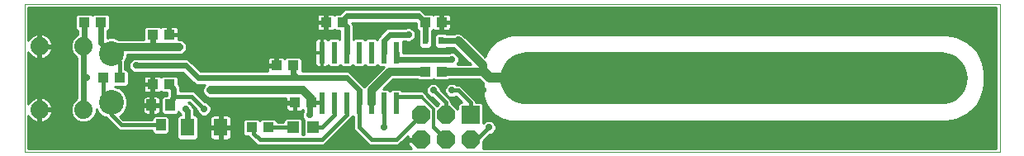
<source format=gtl>
G75*
G70*
%OFA0B0*%
%FSLAX24Y24*%
%IPPOS*%
%LPD*%
%AMOC8*
5,1,8,0,0,1.08239X$1,22.5*
%
%ADD10C,0.0000*%
%ADD11R,0.0240X0.0870*%
%ADD12R,0.0740X0.0740*%
%ADD13OC8,0.0740*%
%ADD14R,0.0400X0.0450*%
%ADD15R,0.0433X0.0394*%
%ADD16C,0.0740*%
%ADD17R,0.0236X0.0315*%
%ADD18R,0.0472X0.0472*%
%ADD19C,0.1000*%
%ADD20R,0.0551X0.0709*%
%ADD21C,0.0277*%
%ADD22C,0.0320*%
%ADD23C,0.0160*%
%ADD24C,0.0240*%
%ADD25C,0.0100*%
%ADD26C,0.0120*%
%ADD27C,0.0400*%
D10*
X000151Y001048D02*
X000151Y007044D01*
X039521Y007044D01*
X039521Y001048D01*
X000151Y001048D01*
D11*
X012151Y003023D03*
X012651Y003023D03*
X013151Y003023D03*
X013651Y003023D03*
X014151Y003023D03*
X014651Y003023D03*
X015151Y003023D03*
X015151Y005073D03*
X014651Y005073D03*
X014151Y005073D03*
X013651Y005073D03*
X013151Y005073D03*
X012651Y005073D03*
X012151Y005073D03*
D12*
X018151Y002548D03*
D13*
X017151Y002548D03*
X016151Y002548D03*
X016151Y001548D03*
X017151Y001548D03*
X018151Y001548D03*
D14*
X006025Y002948D03*
X005277Y002948D03*
X005651Y002148D03*
D15*
X009317Y002048D03*
X009986Y002048D03*
X011067Y003048D03*
X011736Y003048D03*
X005986Y003798D03*
X005317Y003798D03*
X003986Y004048D03*
X003317Y004048D03*
X010317Y004548D03*
X010986Y004548D03*
X016317Y004298D03*
X016986Y004298D03*
X016986Y006298D03*
X016317Y006298D03*
X012986Y006298D03*
X012317Y006298D03*
X005986Y005798D03*
X005317Y005798D03*
X003236Y006298D03*
X002567Y006298D03*
D16*
X002541Y005328D03*
X000761Y005328D03*
X000761Y002768D03*
X002541Y002768D03*
D17*
X016336Y005548D03*
X016966Y005548D03*
D18*
X011815Y002048D03*
X010988Y002048D03*
D19*
X003651Y003064D03*
X003651Y005032D03*
D20*
X006732Y002048D03*
X008070Y002048D03*
D21*
X007401Y002798D03*
X006651Y002798D03*
X007651Y003548D03*
X010401Y003048D03*
X011651Y002548D03*
X014651Y002048D03*
X018901Y002048D03*
X020151Y001548D03*
X018651Y003548D03*
X017401Y003548D03*
X016651Y003548D03*
X017401Y004798D03*
X018651Y005548D03*
X015651Y005798D03*
X014151Y006048D03*
X011651Y005548D03*
X010651Y005548D03*
X006401Y005298D03*
X004651Y004548D03*
X002651Y004048D03*
X020151Y006298D03*
X024651Y006298D03*
X029901Y006298D03*
X033651Y006298D03*
X038401Y006298D03*
X038401Y001798D03*
X030401Y001548D03*
D22*
X020643Y003307D02*
X020151Y004048D01*
X018698Y004298D02*
X018651Y004298D01*
X018651Y004548D01*
X017651Y005548D01*
X016986Y004298D02*
X018651Y004298D01*
X016317Y004298D02*
X014901Y004298D01*
X014151Y003548D01*
X014151Y003023D01*
X011746Y003204D02*
X011736Y003048D01*
X011746Y003204D02*
X011401Y003548D01*
X007651Y003548D01*
X003917Y005298D02*
X003651Y005032D01*
X003917Y005298D02*
X005151Y005298D01*
X006401Y005298D01*
D23*
X003986Y004698D02*
X003651Y005032D01*
X003986Y004698D02*
X003986Y004048D01*
X003317Y004048D02*
X003317Y003399D01*
X003651Y003064D01*
X003651Y002548D01*
X004051Y002148D01*
X005651Y002148D01*
X006901Y003298D02*
X007401Y002798D01*
X006901Y003298D02*
X006177Y003298D01*
X002557Y002753D02*
X002541Y002768D01*
X009317Y002048D02*
X009401Y001964D01*
X009401Y001798D01*
X009651Y001548D01*
X012151Y001548D01*
X013151Y002548D01*
X013151Y003023D01*
X013651Y003023D02*
X013651Y002048D01*
X014151Y001548D01*
X015151Y001548D01*
X016151Y002548D01*
X017151Y002548D02*
X017151Y003048D01*
X016651Y003548D01*
X017401Y003548D02*
X017651Y003548D01*
X018151Y003048D01*
X018151Y002548D01*
X018901Y002048D02*
X018401Y001548D01*
X018151Y001548D01*
X017151Y001548D02*
X016651Y002048D01*
X014651Y002048D02*
X014651Y003023D01*
X015151Y003023D02*
X015176Y003298D01*
X016151Y003298D01*
X012651Y003023D02*
X012651Y002548D01*
X012151Y002048D01*
X011815Y002048D01*
X010988Y002048D02*
X009986Y002048D01*
X011651Y002548D02*
X011676Y002548D01*
X011736Y003048D02*
X012126Y003048D01*
X015151Y005073D02*
X015176Y005048D01*
X013151Y006133D02*
X012986Y006298D01*
X012986Y006383D01*
X002567Y005354D02*
X002541Y005328D01*
D24*
X002541Y002768D01*
X002541Y004188D01*
X002651Y004048D01*
X004651Y004548D02*
X006651Y004548D01*
X007151Y004048D01*
X011151Y004048D01*
X010996Y004204D01*
X010986Y004548D01*
X011151Y004048D02*
X013151Y004048D01*
X013651Y003548D01*
X013651Y003023D01*
X011736Y003048D02*
X011676Y002989D01*
X011676Y002548D01*
X006732Y002717D02*
X006732Y002048D01*
X006732Y002717D02*
X006651Y002798D01*
X006025Y002948D02*
X006177Y003298D01*
X006177Y003607D01*
X005986Y003798D01*
X003651Y005032D02*
X003236Y005448D01*
X003236Y006298D01*
X002567Y006298D02*
X002567Y005354D01*
X005151Y005298D02*
X005317Y005464D01*
X005317Y005798D01*
X012986Y006383D02*
X013151Y006548D01*
X016057Y006548D01*
X016317Y006298D01*
X016336Y006279D01*
X016336Y005548D01*
X016966Y005548D02*
X017651Y005548D01*
X015651Y005798D02*
X014901Y005798D01*
X014651Y005548D01*
X014651Y005073D01*
X015151Y005073D02*
X015151Y004798D01*
X017401Y004798D01*
X013151Y005073D02*
X013151Y006133D01*
D25*
X013386Y006271D02*
X015950Y006271D01*
X015950Y006276D02*
X015950Y006039D01*
X016038Y005951D01*
X016066Y005951D01*
X016066Y005494D01*
X016068Y005490D01*
X016068Y005329D01*
X016156Y005241D01*
X016516Y005241D01*
X016604Y005329D01*
X016604Y005490D01*
X016606Y005494D01*
X016606Y005962D01*
X016651Y006007D01*
X016677Y005981D01*
X016711Y005962D01*
X016750Y005951D01*
X016937Y005951D01*
X016937Y006249D01*
X017034Y006249D01*
X017034Y005951D01*
X017222Y005951D01*
X017260Y005962D01*
X017294Y005981D01*
X017322Y006009D01*
X017342Y006043D01*
X017352Y006082D01*
X017352Y006250D01*
X017034Y006250D01*
X017034Y006347D01*
X016937Y006347D01*
X016937Y006645D01*
X016750Y006645D01*
X016711Y006635D01*
X016677Y006615D01*
X016651Y006589D01*
X016595Y006645D01*
X016345Y006645D01*
X016246Y006741D01*
X016210Y006777D01*
X016207Y006778D01*
X016205Y006780D01*
X016158Y006799D01*
X016110Y006818D01*
X016108Y006818D01*
X016105Y006819D01*
X016055Y006818D01*
X013205Y006818D01*
X013097Y006818D01*
X012998Y006777D01*
X012866Y006645D01*
X012707Y006645D01*
X012651Y006589D01*
X012625Y006615D01*
X012591Y006635D01*
X012553Y006645D01*
X012365Y006645D01*
X012365Y006347D01*
X012268Y006347D01*
X012268Y006645D01*
X012080Y006645D01*
X012042Y006635D01*
X012008Y006615D01*
X011980Y006587D01*
X011960Y006553D01*
X011950Y006515D01*
X011950Y006347D01*
X012268Y006347D01*
X012268Y006250D01*
X011950Y006250D01*
X011950Y006082D01*
X011960Y006043D01*
X011980Y006009D01*
X012008Y005981D01*
X012042Y005962D01*
X012080Y005951D01*
X012268Y005951D01*
X012268Y006249D01*
X012365Y006249D01*
X012365Y005951D01*
X012553Y005951D01*
X012591Y005962D01*
X012625Y005981D01*
X012651Y006007D01*
X012707Y005951D01*
X012881Y005951D01*
X012881Y005610D01*
X012833Y005658D01*
X012469Y005658D01*
X012398Y005588D01*
X012391Y005600D01*
X012363Y005628D01*
X012329Y005648D01*
X012291Y005658D01*
X012161Y005658D01*
X012161Y005083D01*
X012141Y005083D01*
X012141Y005063D01*
X012161Y005063D01*
X012161Y004488D01*
X012291Y004488D01*
X012329Y004498D01*
X012363Y004518D01*
X012391Y004546D01*
X012398Y004559D01*
X012469Y004488D01*
X012833Y004488D01*
X012901Y004556D01*
X012969Y004488D01*
X013333Y004488D01*
X013401Y004556D01*
X013469Y004488D01*
X013833Y004488D01*
X013901Y004556D01*
X013969Y004488D01*
X014333Y004488D01*
X014401Y004556D01*
X014469Y004488D01*
X014653Y004488D01*
X014638Y004474D01*
X013888Y003724D01*
X013879Y003702D01*
X013804Y003777D01*
X013304Y004277D01*
X013205Y004318D01*
X013097Y004318D01*
X011352Y004318D01*
X011352Y004807D01*
X011264Y004895D01*
X010707Y004895D01*
X010651Y004839D01*
X010625Y004865D01*
X010591Y004885D01*
X010553Y004895D01*
X010365Y004895D01*
X010365Y004597D01*
X010268Y004597D01*
X010268Y004895D01*
X010080Y004895D01*
X010042Y004885D01*
X010008Y004865D01*
X009980Y004837D01*
X009960Y004803D01*
X009950Y004765D01*
X009950Y004597D01*
X010268Y004597D01*
X010268Y004500D01*
X009950Y004500D01*
X009950Y004332D01*
X009954Y004318D01*
X007263Y004318D01*
X006880Y004701D01*
X006880Y004701D01*
X006804Y004777D01*
X006705Y004818D01*
X004754Y004818D01*
X004709Y004837D01*
X004594Y004837D01*
X004488Y004793D01*
X004406Y004712D01*
X004362Y004606D01*
X004362Y004491D01*
X004406Y004385D01*
X004488Y004303D01*
X004594Y004259D01*
X004709Y004259D01*
X004754Y004278D01*
X006539Y004278D01*
X006998Y003819D01*
X007097Y003778D01*
X007205Y003778D01*
X007443Y003778D01*
X007388Y003724D01*
X007341Y003610D01*
X007341Y003486D01*
X007388Y003373D01*
X007476Y003285D01*
X007589Y003238D01*
X010700Y003238D01*
X010700Y003097D01*
X011018Y003097D01*
X011018Y003000D01*
X010700Y003000D01*
X010700Y002832D01*
X010710Y002793D01*
X010730Y002759D01*
X010758Y002731D01*
X010792Y002712D01*
X010830Y002701D01*
X011018Y002701D01*
X011018Y002999D01*
X011115Y002999D01*
X011115Y002701D01*
X011303Y002701D01*
X011341Y002712D01*
X011375Y002731D01*
X011401Y002757D01*
X011406Y002752D01*
X011406Y002711D01*
X011362Y002606D01*
X011362Y002491D01*
X011406Y002385D01*
X011436Y002355D01*
X011428Y002347D01*
X011428Y001778D01*
X011374Y001778D01*
X011374Y002347D01*
X011286Y002434D01*
X010689Y002434D01*
X010602Y002347D01*
X010602Y002278D01*
X010352Y002278D01*
X010352Y002307D01*
X010264Y002395D01*
X009707Y002395D01*
X009651Y002339D01*
X009595Y002395D01*
X009038Y002395D01*
X008950Y002307D01*
X008950Y001789D01*
X009038Y001701D01*
X009173Y001701D01*
X009306Y001568D01*
X009556Y001318D01*
X009746Y001318D01*
X012246Y001318D01*
X012381Y001453D01*
X013381Y002453D01*
X013381Y002486D01*
X013401Y002506D01*
X013421Y002486D01*
X013421Y001953D01*
X013556Y001818D01*
X014056Y001318D01*
X014246Y001318D01*
X015246Y001318D01*
X015381Y001453D01*
X015631Y001703D01*
X015631Y001598D01*
X016101Y001598D01*
X016101Y001498D01*
X015631Y001498D01*
X015631Y001333D01*
X015766Y001198D01*
X000301Y001198D01*
X000301Y002526D01*
X000316Y002496D01*
X000365Y002429D01*
X000422Y002372D01*
X000489Y002323D01*
X000562Y002286D01*
X000639Y002261D01*
X000711Y002250D01*
X000711Y002718D01*
X000811Y002718D01*
X000811Y002250D01*
X000883Y002261D01*
X000961Y002286D01*
X001034Y002323D01*
X001100Y002372D01*
X001158Y002429D01*
X001206Y002496D01*
X001243Y002569D01*
X001268Y002646D01*
X001280Y002718D01*
X000811Y002718D01*
X000811Y002818D01*
X000711Y002818D01*
X000711Y003287D01*
X000639Y003275D01*
X000562Y003250D01*
X000489Y003213D01*
X000422Y003165D01*
X000365Y003107D01*
X000316Y003041D01*
X000301Y003011D01*
X000301Y005086D01*
X000316Y005056D01*
X000365Y004989D01*
X000422Y004932D01*
X000489Y004883D01*
X000562Y004846D01*
X000639Y004821D01*
X000711Y004810D01*
X000711Y005278D01*
X000811Y005278D01*
X000811Y004810D01*
X000883Y004821D01*
X000961Y004846D01*
X001034Y004883D01*
X001100Y004932D01*
X001158Y004989D01*
X001206Y005056D01*
X001243Y005129D01*
X001268Y005206D01*
X001280Y005278D01*
X000811Y005278D01*
X000811Y005378D01*
X000711Y005378D01*
X000711Y005847D01*
X000639Y005835D01*
X000562Y005810D01*
X000489Y005773D01*
X000422Y005725D01*
X000365Y005667D01*
X000316Y005601D01*
X000301Y005571D01*
X000301Y006894D01*
X018651Y006894D01*
X039371Y006894D01*
X039371Y001198D01*
X018651Y001198D01*
X018651Y001313D01*
X018671Y001333D01*
X018671Y001493D01*
X018938Y001759D01*
X018959Y001759D01*
X019065Y001803D01*
X019146Y001885D01*
X019190Y001991D01*
X019190Y002106D01*
X019146Y002212D01*
X019065Y002293D01*
X018959Y002337D01*
X018844Y002337D01*
X018738Y002293D01*
X018671Y002226D01*
X018671Y002980D01*
X018651Y003000D01*
X018651Y003548D01*
X018664Y003370D01*
X018702Y003196D01*
X018764Y003029D01*
X018850Y002872D01*
X018956Y002730D01*
X019083Y002604D01*
X019225Y002497D01*
X019382Y002411D01*
X019549Y002349D01*
X019723Y002311D01*
X019901Y002298D01*
X037151Y002298D01*
X037364Y002296D01*
X037576Y002321D01*
X037783Y002374D01*
X037980Y002453D01*
X038166Y002558D01*
X038337Y002686D01*
X038489Y002835D01*
X038621Y003002D01*
X038730Y003186D01*
X038813Y003382D01*
X038871Y003587D01*
X038901Y003798D01*
X038901Y004298D01*
X038871Y004509D01*
X038813Y004715D01*
X038730Y004911D01*
X038621Y005094D01*
X038489Y005262D01*
X038337Y005411D01*
X038166Y005539D01*
X037980Y005643D01*
X037783Y005722D01*
X037576Y005775D01*
X037364Y005801D01*
X037151Y005798D01*
X020151Y005798D01*
X019971Y005803D01*
X019791Y005784D01*
X019615Y005741D01*
X019447Y005676D01*
X019288Y005590D01*
X019142Y005484D01*
X019011Y005359D01*
X018898Y005219D01*
X018804Y005065D01*
X018733Y004905D01*
X018651Y004987D01*
X018651Y006894D01*
X018651Y004987D01*
X017827Y005811D01*
X017713Y005858D01*
X017589Y005858D01*
X017493Y005818D01*
X017184Y005818D01*
X017146Y005856D01*
X016786Y005856D01*
X016698Y005768D01*
X016698Y005606D01*
X016696Y005602D01*
X016696Y005494D01*
X016698Y005490D01*
X016698Y005329D01*
X016786Y005241D01*
X017146Y005241D01*
X017184Y005278D01*
X017483Y005278D01*
X018153Y004608D01*
X017619Y004608D01*
X017646Y004635D01*
X017690Y004741D01*
X017690Y004856D01*
X017646Y004962D01*
X017565Y005043D01*
X017459Y005087D01*
X017344Y005087D01*
X017298Y005068D01*
X015421Y005068D01*
X015421Y005127D01*
X015421Y005528D01*
X015548Y005528D01*
X015594Y005509D01*
X015709Y005509D01*
X015815Y005553D01*
X015896Y005635D01*
X015940Y005741D01*
X015940Y005856D01*
X015896Y005962D01*
X015815Y006043D01*
X015709Y006087D01*
X015594Y006087D01*
X015548Y006068D01*
X014955Y006068D01*
X014847Y006068D01*
X014748Y006027D01*
X014498Y005777D01*
X014422Y005701D01*
X014384Y005608D01*
X014333Y005658D01*
X013969Y005658D01*
X013901Y005590D01*
X013833Y005658D01*
X013469Y005658D01*
X013421Y005610D01*
X013421Y006187D01*
X013383Y006278D01*
X015948Y006278D01*
X015950Y006276D01*
X015950Y006172D02*
X013421Y006172D01*
X013421Y006074D02*
X015562Y006074D01*
X015740Y006074D02*
X015950Y006074D01*
X016014Y005975D02*
X015882Y005975D01*
X016619Y005975D02*
X016687Y005975D01*
X016937Y005975D02*
X017034Y005975D01*
X017034Y006074D02*
X016937Y006074D01*
X016937Y006172D02*
X017034Y006172D01*
X017034Y006271D02*
X018651Y006271D01*
X039371Y006271D01*
X039371Y006172D02*
X018651Y006172D01*
X017352Y006172D01*
X017350Y006074D02*
X018651Y006074D01*
X039371Y006074D01*
X039371Y005975D02*
X018651Y005975D01*
X017284Y005975D01*
X016606Y005877D02*
X018651Y005877D01*
X039371Y005877D01*
X039371Y005778D02*
X037550Y005778D01*
X037889Y005680D02*
X039371Y005680D01*
X039371Y005581D02*
X038090Y005581D01*
X038241Y005483D02*
X039371Y005483D01*
X039371Y005384D02*
X038364Y005384D01*
X038465Y005286D02*
X039371Y005286D01*
X039371Y005187D02*
X038548Y005187D01*
X038624Y005088D02*
X039371Y005088D01*
X039371Y004990D02*
X038683Y004990D01*
X038738Y004891D02*
X039371Y004891D01*
X039371Y004793D02*
X038780Y004793D01*
X038819Y004694D02*
X039371Y004694D01*
X039371Y004596D02*
X038847Y004596D01*
X038873Y004497D02*
X039371Y004497D01*
X039371Y004399D02*
X038887Y004399D01*
X038901Y004300D02*
X039371Y004300D01*
X039371Y004202D02*
X038901Y004202D01*
X038901Y004103D02*
X039371Y004103D01*
X039371Y004004D02*
X038901Y004004D01*
X038901Y003906D02*
X039371Y003906D01*
X039371Y003807D02*
X038901Y003807D01*
X038888Y003709D02*
X039371Y003709D01*
X039371Y003610D02*
X038874Y003610D01*
X038850Y003512D02*
X039371Y003512D01*
X039371Y003413D02*
X038822Y003413D01*
X038785Y003315D02*
X039371Y003315D01*
X039371Y003216D02*
X038743Y003216D01*
X038689Y003118D02*
X039371Y003118D01*
X039371Y003019D02*
X038631Y003019D01*
X038557Y002921D02*
X039371Y002921D01*
X039371Y002822D02*
X038476Y002822D01*
X038375Y002723D02*
X039371Y002723D01*
X039371Y002625D02*
X038256Y002625D01*
X038110Y002526D02*
X039371Y002526D01*
X039371Y002428D02*
X037917Y002428D01*
X037607Y002329D02*
X039371Y002329D01*
X039371Y002231D02*
X019127Y002231D01*
X019179Y002132D02*
X039371Y002132D01*
X039371Y002034D02*
X019190Y002034D01*
X019167Y001935D02*
X039371Y001935D01*
X039371Y001837D02*
X019098Y001837D01*
X018916Y001738D02*
X039371Y001738D01*
X039371Y001639D02*
X018818Y001639D01*
X018719Y001541D02*
X039371Y001541D01*
X039371Y001442D02*
X018671Y001442D01*
X018671Y001344D02*
X039371Y001344D01*
X039371Y001245D02*
X018651Y001245D01*
X016101Y001541D02*
X015469Y001541D01*
X015371Y001442D02*
X015631Y001442D01*
X015631Y001344D02*
X015272Y001344D01*
X015719Y001245D02*
X000301Y001245D01*
X000301Y001344D02*
X009530Y001344D01*
X009432Y001442D02*
X000301Y001442D01*
X000301Y001541D02*
X009333Y001541D01*
X009235Y001639D02*
X008487Y001639D01*
X008486Y001636D02*
X008496Y001674D01*
X008496Y001998D01*
X008121Y001998D01*
X008121Y002098D01*
X008496Y002098D01*
X008496Y002422D01*
X008486Y002460D01*
X008466Y002495D01*
X008438Y002523D01*
X008404Y002542D01*
X008366Y002552D01*
X008120Y002552D01*
X008120Y002098D01*
X008021Y002098D01*
X008021Y002552D01*
X007775Y002552D01*
X007737Y002542D01*
X007703Y002523D01*
X007675Y002495D01*
X007655Y002460D01*
X007645Y002422D01*
X007645Y002098D01*
X008020Y002098D01*
X008020Y001998D01*
X007645Y001998D01*
X007645Y001674D01*
X007655Y001636D01*
X007675Y001602D01*
X007703Y001574D01*
X007737Y001554D01*
X007775Y001544D01*
X008021Y001544D01*
X008021Y001998D01*
X008120Y001998D01*
X008120Y001544D01*
X008366Y001544D01*
X008404Y001554D01*
X008438Y001574D01*
X008466Y001602D01*
X008486Y001636D01*
X008496Y001738D02*
X009001Y001738D01*
X008950Y001837D02*
X008496Y001837D01*
X008496Y001935D02*
X008950Y001935D01*
X008950Y002034D02*
X008121Y002034D01*
X008120Y002132D02*
X008021Y002132D01*
X008020Y002034D02*
X007157Y002034D01*
X007157Y002132D02*
X007645Y002132D01*
X007645Y002231D02*
X007157Y002231D01*
X007157Y002329D02*
X007645Y002329D01*
X007646Y002428D02*
X007157Y002428D01*
X007157Y002465D02*
X007070Y002552D01*
X007002Y002552D01*
X007002Y002664D01*
X007002Y002771D01*
X006961Y002870D01*
X006915Y002916D01*
X006896Y002962D01*
X006815Y003043D01*
X006754Y003068D01*
X006806Y003068D01*
X007112Y002762D01*
X007112Y002741D01*
X007156Y002635D01*
X007238Y002553D01*
X007344Y002509D01*
X007459Y002509D01*
X007565Y002553D01*
X007646Y002635D01*
X007690Y002741D01*
X007690Y002856D01*
X007646Y002962D01*
X007565Y003043D01*
X007459Y003087D01*
X007438Y003087D01*
X007131Y003393D01*
X006996Y003528D01*
X006447Y003528D01*
X006447Y003553D01*
X006447Y003661D01*
X006406Y003760D01*
X006352Y003813D01*
X006352Y004057D01*
X006264Y004145D01*
X005707Y004145D01*
X005651Y004089D01*
X005625Y004115D01*
X005591Y004135D01*
X005553Y004145D01*
X005365Y004145D01*
X005365Y003847D01*
X005268Y003847D01*
X005268Y004145D01*
X005080Y004145D01*
X005042Y004135D01*
X005008Y004115D01*
X004980Y004087D01*
X004960Y004053D01*
X004950Y004015D01*
X004950Y003847D01*
X005268Y003847D01*
X005268Y003750D01*
X004950Y003750D01*
X004950Y003582D01*
X004960Y003543D01*
X004980Y003509D01*
X005008Y003481D01*
X005042Y003462D01*
X005080Y003451D01*
X005268Y003451D01*
X005268Y003749D01*
X005365Y003749D01*
X005365Y003451D01*
X005553Y003451D01*
X005591Y003462D01*
X005625Y003481D01*
X005651Y003507D01*
X005707Y003451D01*
X005907Y003451D01*
X005907Y003354D01*
X005894Y003323D01*
X005763Y003323D01*
X005675Y003235D01*
X005675Y002661D01*
X005763Y002573D01*
X006287Y002573D01*
X006375Y002661D01*
X006375Y002710D01*
X006406Y002635D01*
X006462Y002579D01*
X006462Y002552D01*
X006394Y002552D01*
X006306Y002465D01*
X006306Y001632D01*
X006394Y001544D01*
X007070Y001544D01*
X007157Y001632D01*
X007157Y002465D01*
X007096Y002526D02*
X007303Y002526D01*
X007166Y002625D02*
X007002Y002625D01*
X007002Y002723D02*
X007120Y002723D01*
X006416Y002625D02*
X006339Y002625D01*
X006368Y002526D02*
X004033Y002526D01*
X004019Y002513D02*
X004202Y002696D01*
X004301Y002935D01*
X004301Y003193D01*
X004202Y003432D01*
X004019Y003615D01*
X003811Y003701D01*
X004264Y003701D01*
X004352Y003789D01*
X004352Y004307D01*
X004264Y004395D01*
X004216Y004395D01*
X004216Y004603D01*
X004216Y004697D01*
X004301Y004903D01*
X004301Y004988D01*
X005089Y004988D01*
X006463Y004988D01*
X006577Y005035D01*
X006664Y005123D01*
X006711Y005236D01*
X006711Y005360D01*
X006664Y005474D01*
X006577Y005561D01*
X006463Y005608D01*
X006352Y005608D01*
X006352Y005750D01*
X006034Y005750D01*
X006034Y005847D01*
X005937Y005847D01*
X005937Y006145D01*
X005750Y006145D01*
X005711Y006135D01*
X005677Y006115D01*
X005651Y006089D01*
X005595Y006145D01*
X005038Y006145D01*
X004950Y006057D01*
X004950Y005608D01*
X003979Y005608D01*
X003960Y005608D01*
X003780Y005682D01*
X003522Y005682D01*
X003506Y005676D01*
X003506Y005951D01*
X003514Y005951D01*
X003602Y006039D01*
X003602Y006557D01*
X003514Y006645D01*
X002957Y006645D01*
X002901Y006589D01*
X002845Y006645D01*
X002288Y006645D01*
X002200Y006557D01*
X002200Y006039D01*
X002288Y005951D01*
X002297Y005951D01*
X002297Y005790D01*
X002247Y005769D01*
X002100Y005623D01*
X002021Y005432D01*
X002021Y005225D01*
X002100Y005034D01*
X002247Y004887D01*
X002271Y004877D01*
X002271Y004242D01*
X002271Y004204D01*
X002267Y004167D01*
X002271Y004151D01*
X002271Y003219D01*
X002247Y003209D01*
X002100Y003063D01*
X002021Y002872D01*
X002021Y002665D01*
X002100Y002474D01*
X002247Y002327D01*
X002438Y002248D01*
X002645Y002248D01*
X002836Y002327D01*
X002982Y002474D01*
X003061Y002665D01*
X003061Y002790D01*
X003100Y002696D01*
X003283Y002513D01*
X003421Y002456D01*
X003421Y002453D01*
X003556Y002318D01*
X003821Y002053D01*
X003956Y001918D01*
X005301Y001918D01*
X005301Y001861D01*
X005389Y001773D01*
X005913Y001773D01*
X006001Y001861D01*
X006001Y002435D01*
X005913Y002523D01*
X005389Y002523D01*
X005301Y002435D01*
X005301Y002378D01*
X004146Y002378D01*
X004014Y002511D01*
X004019Y002513D01*
X004097Y002428D02*
X005301Y002428D01*
X005327Y002573D02*
X005497Y002573D01*
X005535Y002583D01*
X005569Y002603D01*
X005597Y002631D01*
X005617Y002665D01*
X005627Y002703D01*
X005627Y002898D01*
X005327Y002898D01*
X005327Y002573D01*
X005327Y002625D02*
X005227Y002625D01*
X005227Y002573D02*
X005057Y002573D01*
X005019Y002583D01*
X004985Y002603D01*
X004957Y002631D01*
X004937Y002665D01*
X004927Y002703D01*
X004927Y002898D01*
X005227Y002898D01*
X005327Y002898D01*
X005327Y002998D01*
X005627Y002998D01*
X005627Y003193D01*
X005617Y003231D01*
X005597Y003265D01*
X005569Y003293D01*
X005535Y003313D01*
X005497Y003323D01*
X005327Y003323D01*
X005327Y002998D01*
X005227Y002998D01*
X005227Y002898D01*
X005227Y002573D01*
X005227Y002723D02*
X005327Y002723D01*
X005591Y002625D02*
X005711Y002625D01*
X005675Y002723D02*
X005627Y002723D01*
X005627Y002822D02*
X005675Y002822D01*
X005675Y002921D02*
X005327Y002921D01*
X005327Y003019D02*
X005227Y003019D01*
X005227Y002998D02*
X005227Y003323D01*
X005057Y003323D01*
X005019Y003313D01*
X004985Y003293D01*
X004957Y003265D01*
X004937Y003231D01*
X004927Y003193D01*
X004927Y002998D01*
X005227Y002998D01*
X005227Y002921D02*
X004295Y002921D01*
X004301Y003019D02*
X004927Y003019D01*
X004927Y003118D02*
X004301Y003118D01*
X004292Y003216D02*
X004933Y003216D01*
X005227Y003216D02*
X005327Y003216D01*
X005327Y003118D02*
X005227Y003118D01*
X005627Y003118D02*
X005675Y003118D01*
X005675Y003216D02*
X005621Y003216D01*
X005528Y003315D02*
X005755Y003315D01*
X005907Y003413D02*
X004210Y003413D01*
X004251Y003315D02*
X005026Y003315D01*
X005227Y003315D02*
X005327Y003315D01*
X005365Y003512D02*
X005268Y003512D01*
X005268Y003610D02*
X005365Y003610D01*
X005365Y003709D02*
X005268Y003709D01*
X005268Y003807D02*
X004352Y003807D01*
X004272Y003709D02*
X004950Y003709D01*
X004950Y003610D02*
X004024Y003610D01*
X004123Y003512D02*
X004978Y003512D01*
X006358Y003807D02*
X007027Y003807D01*
X007382Y003709D02*
X006427Y003709D01*
X006447Y003610D02*
X007341Y003610D01*
X007341Y003512D02*
X007013Y003512D01*
X007111Y003413D02*
X007372Y003413D01*
X007446Y003315D02*
X007210Y003315D01*
X007308Y003216D02*
X010700Y003216D01*
X010700Y003118D02*
X007407Y003118D01*
X007589Y003019D02*
X011018Y003019D01*
X011018Y002921D02*
X011115Y002921D01*
X011115Y002822D02*
X011018Y002822D01*
X010703Y002822D02*
X007690Y002822D01*
X007663Y002921D02*
X010700Y002921D01*
X010771Y002723D02*
X007683Y002723D01*
X007636Y002625D02*
X011370Y002625D01*
X011361Y002723D02*
X011406Y002723D01*
X011115Y002723D02*
X011018Y002723D01*
X011362Y002526D02*
X008432Y002526D01*
X008495Y002428D02*
X010683Y002428D01*
X010602Y002329D02*
X010330Y002329D01*
X011293Y002428D02*
X011388Y002428D01*
X011374Y002329D02*
X011428Y002329D01*
X011428Y002231D02*
X011374Y002231D01*
X011374Y002132D02*
X011428Y002132D01*
X011428Y002034D02*
X011374Y002034D01*
X011374Y001935D02*
X011428Y001935D01*
X011428Y001837D02*
X011374Y001837D01*
X012568Y001639D02*
X013735Y001639D01*
X013833Y001541D02*
X012469Y001541D01*
X012371Y001442D02*
X013932Y001442D01*
X014030Y001344D02*
X012272Y001344D01*
X012666Y001738D02*
X013636Y001738D01*
X013538Y001837D02*
X012765Y001837D01*
X012863Y001935D02*
X013439Y001935D01*
X013421Y002034D02*
X012962Y002034D01*
X013060Y002132D02*
X013421Y002132D01*
X013421Y002231D02*
X013159Y002231D01*
X013257Y002329D02*
X013421Y002329D01*
X013421Y002428D02*
X013356Y002428D01*
X016629Y003118D02*
X016756Y003118D01*
X016727Y003019D02*
X016855Y003019D01*
X016871Y003003D02*
X016807Y002939D01*
X016381Y003365D01*
X016381Y003393D01*
X016246Y003528D01*
X015413Y003528D01*
X015333Y003608D01*
X014969Y003608D01*
X014901Y003540D01*
X014833Y003608D01*
X014649Y003608D01*
X015030Y003988D01*
X016001Y003988D01*
X016038Y003951D01*
X016595Y003951D01*
X016651Y004007D01*
X016707Y003951D01*
X017264Y003951D01*
X017301Y003988D01*
X018513Y003988D01*
X018651Y003850D01*
X018651Y003000D01*
X018583Y003068D01*
X018381Y003068D01*
X018381Y003143D01*
X017746Y003778D01*
X017580Y003778D01*
X017565Y003793D01*
X017459Y003837D01*
X017344Y003837D01*
X017238Y003793D01*
X017156Y003712D01*
X017112Y003606D01*
X017112Y003491D01*
X017156Y003385D01*
X017238Y003303D01*
X017344Y003259D01*
X017459Y003259D01*
X017565Y003303D01*
X017568Y003306D01*
X017806Y003068D01*
X017719Y003068D01*
X017631Y002980D01*
X017631Y002803D01*
X017381Y003054D01*
X017381Y003143D01*
X016940Y003585D01*
X016940Y003606D01*
X016896Y003712D01*
X016815Y003793D01*
X016709Y003837D01*
X016594Y003837D01*
X016488Y003793D01*
X016406Y003712D01*
X016362Y003606D01*
X016362Y003491D01*
X016406Y003385D01*
X016488Y003303D01*
X016594Y003259D01*
X016615Y003259D01*
X016871Y003003D01*
X017381Y003118D02*
X017757Y003118D01*
X017670Y003019D02*
X017416Y003019D01*
X017514Y002921D02*
X017631Y002921D01*
X017631Y002822D02*
X017613Y002822D01*
X018632Y003019D02*
X018651Y003019D01*
X018770Y003019D01*
X018731Y003118D02*
X018651Y003118D01*
X018381Y003118D01*
X018308Y003216D02*
X018651Y003216D01*
X018697Y003216D01*
X018676Y003315D02*
X018651Y003315D01*
X018210Y003315D01*
X018111Y003413D02*
X018651Y003413D01*
X018661Y003413D01*
X018651Y003512D02*
X018654Y003512D01*
X018651Y003512D02*
X018013Y003512D01*
X017914Y003610D02*
X018651Y003610D01*
X018651Y003709D02*
X017816Y003709D01*
X017530Y003807D02*
X018651Y003807D01*
X019411Y003906D02*
X019442Y003766D01*
X019492Y003633D01*
X019560Y003508D01*
X019645Y003393D01*
X019746Y003292D01*
X019861Y003207D01*
X019986Y003139D01*
X020119Y003089D01*
X020259Y003058D01*
X020401Y003048D01*
X037151Y003048D01*
X037294Y003058D01*
X037433Y003089D01*
X037567Y003139D01*
X037692Y003207D01*
X037806Y003292D01*
X037907Y003393D01*
X037992Y003508D01*
X038061Y003633D01*
X038111Y003766D01*
X038141Y003906D01*
X019411Y003906D01*
X019401Y004048D01*
X019411Y004191D01*
X019442Y004330D01*
X019492Y004464D01*
X019560Y004589D01*
X019645Y004703D01*
X019746Y004804D01*
X019861Y004889D01*
X019986Y004958D01*
X020119Y005008D01*
X020259Y005038D01*
X020401Y005048D01*
X037151Y005048D01*
X037294Y005038D01*
X037433Y005008D01*
X037567Y004958D01*
X037692Y004889D01*
X037806Y004804D01*
X037907Y004703D01*
X037992Y004589D01*
X038061Y004464D01*
X038111Y004330D01*
X038141Y004191D01*
X038151Y004048D01*
X038141Y003906D01*
X038148Y004004D02*
X019404Y004004D01*
X019405Y004103D02*
X038147Y004103D01*
X038139Y004202D02*
X019414Y004202D01*
X019435Y004300D02*
X038117Y004300D01*
X038085Y004399D02*
X019467Y004399D01*
X019510Y004497D02*
X038042Y004497D01*
X037987Y004596D02*
X019565Y004596D01*
X019639Y004694D02*
X037913Y004694D01*
X037817Y004793D02*
X019735Y004793D01*
X019864Y004891D02*
X037688Y004891D01*
X037481Y004990D02*
X020072Y004990D01*
X018952Y005286D02*
X018651Y005286D01*
X018352Y005286D01*
X018254Y005384D02*
X018651Y005384D01*
X019037Y005384D01*
X019141Y005483D02*
X018651Y005483D01*
X018155Y005483D01*
X018057Y005581D02*
X018651Y005581D01*
X019276Y005581D01*
X019455Y005680D02*
X018651Y005680D01*
X017958Y005680D01*
X017859Y005778D02*
X018651Y005778D01*
X019769Y005778D01*
X018878Y005187D02*
X018651Y005187D01*
X018451Y005187D01*
X018549Y005088D02*
X018651Y005088D01*
X018818Y005088D01*
X018770Y004990D02*
X018651Y004990D01*
X018648Y004990D01*
X017870Y004891D02*
X017675Y004891D01*
X017618Y004990D02*
X017771Y004990D01*
X017672Y005088D02*
X015421Y005088D01*
X015421Y005187D02*
X017574Y005187D01*
X016741Y005286D02*
X016561Y005286D01*
X016604Y005384D02*
X016698Y005384D01*
X016698Y005483D02*
X016604Y005483D01*
X016606Y005581D02*
X016696Y005581D01*
X016698Y005680D02*
X016606Y005680D01*
X016606Y005778D02*
X016709Y005778D01*
X016066Y005778D02*
X015940Y005778D01*
X015931Y005877D02*
X016066Y005877D01*
X016066Y005680D02*
X015915Y005680D01*
X015843Y005581D02*
X016066Y005581D01*
X016068Y005483D02*
X015421Y005483D01*
X015421Y005384D02*
X016068Y005384D01*
X016111Y005286D02*
X015421Y005286D01*
X014413Y005680D02*
X013421Y005680D01*
X013421Y005778D02*
X014499Y005778D01*
X014598Y005877D02*
X013421Y005877D01*
X012881Y005877D02*
X006352Y005877D01*
X006352Y005847D02*
X006352Y006015D01*
X006342Y006053D01*
X006322Y006087D01*
X006294Y006115D01*
X006260Y006135D01*
X006222Y006145D01*
X006034Y006145D01*
X006034Y005847D01*
X006352Y005847D01*
X006034Y005877D02*
X005937Y005877D01*
X006034Y005778D02*
X012881Y005778D01*
X012881Y005680D02*
X006352Y005680D01*
X006528Y005581D02*
X011900Y005581D01*
X011891Y005566D02*
X011881Y005528D01*
X011881Y005083D01*
X012141Y005083D01*
X012141Y005658D01*
X012011Y005658D01*
X011973Y005648D01*
X011939Y005628D01*
X011911Y005600D01*
X011891Y005566D01*
X011881Y005483D02*
X006655Y005483D01*
X006701Y005384D02*
X011881Y005384D01*
X011881Y005286D02*
X006711Y005286D01*
X006691Y005187D02*
X011881Y005187D01*
X011881Y005088D02*
X006630Y005088D01*
X006467Y004990D02*
X011881Y004990D01*
X011881Y005063D02*
X011881Y004618D01*
X011891Y004580D01*
X011911Y004546D01*
X011939Y004518D01*
X011973Y004498D01*
X012011Y004488D01*
X012141Y004488D01*
X012141Y005063D01*
X011881Y005063D01*
X012141Y005088D02*
X012161Y005088D01*
X012161Y004990D02*
X012141Y004990D01*
X012141Y004891D02*
X012161Y004891D01*
X011881Y004891D02*
X011268Y004891D01*
X011352Y004793D02*
X011881Y004793D01*
X011881Y004694D02*
X011352Y004694D01*
X011352Y004596D02*
X011887Y004596D01*
X011978Y004497D02*
X011352Y004497D01*
X011352Y004399D02*
X014563Y004399D01*
X014460Y004497D02*
X014342Y004497D01*
X013960Y004497D02*
X013842Y004497D01*
X013460Y004497D02*
X013342Y004497D01*
X012960Y004497D02*
X012842Y004497D01*
X012460Y004497D02*
X012324Y004497D01*
X012161Y004497D02*
X012141Y004497D01*
X012141Y004596D02*
X012161Y004596D01*
X012161Y004694D02*
X012141Y004694D01*
X012141Y004793D02*
X012161Y004793D01*
X010704Y004891D02*
X010566Y004891D01*
X010365Y004891D02*
X010268Y004891D01*
X010067Y004891D02*
X004296Y004891D01*
X004255Y004793D02*
X004487Y004793D01*
X004399Y004694D02*
X004216Y004694D01*
X004216Y004596D02*
X004362Y004596D01*
X004362Y004497D02*
X004216Y004497D01*
X004216Y004399D02*
X004401Y004399D01*
X004352Y004300D02*
X004495Y004300D01*
X004352Y004202D02*
X006616Y004202D01*
X006714Y004103D02*
X006306Y004103D01*
X006352Y004004D02*
X006813Y004004D01*
X006912Y003906D02*
X006352Y003906D01*
X005665Y004103D02*
X005637Y004103D01*
X005365Y004103D02*
X005268Y004103D01*
X005268Y004004D02*
X005365Y004004D01*
X005365Y003906D02*
X005268Y003906D01*
X004950Y003906D02*
X004352Y003906D01*
X004352Y004004D02*
X004950Y004004D01*
X004996Y004103D02*
X004352Y004103D01*
X002271Y004103D02*
X000301Y004103D01*
X000301Y004004D02*
X002271Y004004D01*
X002271Y003906D02*
X000301Y003906D01*
X000301Y003807D02*
X002271Y003807D01*
X002271Y003709D02*
X000301Y003709D01*
X000301Y003610D02*
X002271Y003610D01*
X002271Y003512D02*
X000301Y003512D01*
X000301Y003413D02*
X002271Y003413D01*
X002271Y003315D02*
X000301Y003315D01*
X000301Y003216D02*
X000495Y003216D01*
X000375Y003118D02*
X000301Y003118D01*
X000301Y003019D02*
X000305Y003019D01*
X000711Y003019D02*
X000811Y003019D01*
X000811Y002921D02*
X000711Y002921D01*
X000711Y002822D02*
X000811Y002822D01*
X000811Y002818D02*
X000811Y003287D01*
X000883Y003275D01*
X000961Y003250D01*
X001034Y003213D01*
X001100Y003165D01*
X001158Y003107D01*
X001206Y003041D01*
X001243Y002968D01*
X001268Y002890D01*
X001280Y002818D01*
X000811Y002818D01*
X001258Y002921D02*
X002041Y002921D01*
X002021Y002822D02*
X001279Y002822D01*
X001217Y003019D02*
X002082Y003019D01*
X002155Y003118D02*
X001147Y003118D01*
X001027Y003216D02*
X002264Y003216D01*
X000811Y003216D02*
X000711Y003216D01*
X000711Y003118D02*
X000811Y003118D01*
X000811Y002723D02*
X002021Y002723D01*
X002038Y002625D02*
X001261Y002625D01*
X001222Y002526D02*
X002079Y002526D01*
X002146Y002428D02*
X001156Y002428D01*
X001042Y002329D02*
X002245Y002329D01*
X002838Y002329D02*
X003545Y002329D01*
X003556Y002318D02*
X003556Y002318D01*
X003643Y002231D02*
X000301Y002231D01*
X000301Y002132D02*
X003742Y002132D01*
X003821Y002053D02*
X003821Y002053D01*
X003840Y002034D02*
X000301Y002034D01*
X000301Y001935D02*
X003939Y001935D01*
X005326Y001837D02*
X000301Y001837D01*
X000301Y001738D02*
X006306Y001738D01*
X006306Y001639D02*
X000301Y001639D01*
X000301Y002329D02*
X000481Y002329D01*
X000366Y002428D02*
X000301Y002428D01*
X000711Y002428D02*
X000811Y002428D01*
X000811Y002526D02*
X000711Y002526D01*
X000711Y002625D02*
X000811Y002625D01*
X000811Y002329D02*
X000711Y002329D01*
X002936Y002428D02*
X003446Y002428D01*
X003269Y002526D02*
X003004Y002526D01*
X003045Y002625D02*
X003171Y002625D01*
X003089Y002723D02*
X003061Y002723D01*
X004131Y002625D02*
X004963Y002625D01*
X004927Y002723D02*
X004214Y002723D01*
X004254Y002822D02*
X004927Y002822D01*
X005227Y002822D02*
X005327Y002822D01*
X005627Y003019D02*
X005675Y003019D01*
X006839Y003019D02*
X006855Y003019D01*
X006913Y002921D02*
X006954Y002921D01*
X006981Y002822D02*
X007052Y002822D01*
X007499Y002526D02*
X007709Y002526D01*
X008021Y002526D02*
X008120Y002526D01*
X008120Y002428D02*
X008021Y002428D01*
X008021Y002329D02*
X008120Y002329D01*
X008496Y002329D02*
X008972Y002329D01*
X008950Y002231D02*
X008496Y002231D01*
X008496Y002132D02*
X008950Y002132D01*
X008120Y002231D02*
X008021Y002231D01*
X008021Y001935D02*
X008120Y001935D01*
X008120Y001837D02*
X008021Y001837D01*
X007645Y001837D02*
X007157Y001837D01*
X007157Y001935D02*
X007645Y001935D01*
X007645Y001738D02*
X007157Y001738D01*
X007157Y001639D02*
X007654Y001639D01*
X008021Y001639D02*
X008120Y001639D01*
X008120Y001738D02*
X008021Y001738D01*
X006306Y001837D02*
X005977Y001837D01*
X006001Y001935D02*
X006306Y001935D01*
X006306Y002034D02*
X006001Y002034D01*
X006001Y002132D02*
X006306Y002132D01*
X006306Y002231D02*
X006001Y002231D01*
X006001Y002329D02*
X006306Y002329D01*
X006306Y002428D02*
X006001Y002428D01*
X013577Y004004D02*
X014169Y004004D01*
X014071Y003906D02*
X013675Y003906D01*
X013774Y003807D02*
X013972Y003807D01*
X013882Y003709D02*
X013872Y003709D01*
X014652Y003610D02*
X016364Y003610D01*
X016362Y003512D02*
X016263Y003512D01*
X016361Y003413D02*
X016394Y003413D01*
X016432Y003315D02*
X016476Y003315D01*
X016530Y003216D02*
X016658Y003216D01*
X017210Y003315D02*
X017226Y003315D01*
X017144Y003413D02*
X017111Y003413D01*
X017112Y003512D02*
X017013Y003512D01*
X016938Y003610D02*
X017114Y003610D01*
X017155Y003709D02*
X016897Y003709D01*
X016780Y003807D02*
X017273Y003807D01*
X016523Y003807D02*
X014849Y003807D01*
X014750Y003709D02*
X016405Y003709D01*
X016648Y004004D02*
X016654Y004004D01*
X014947Y003906D02*
X018596Y003906D01*
X019433Y003807D02*
X038120Y003807D01*
X038089Y003709D02*
X019463Y003709D01*
X019504Y003610D02*
X038049Y003610D01*
X037995Y003512D02*
X019558Y003512D01*
X019631Y003413D02*
X037922Y003413D01*
X037828Y003315D02*
X019724Y003315D01*
X019848Y003216D02*
X037704Y003216D01*
X037510Y003118D02*
X020042Y003118D01*
X018887Y002822D02*
X018671Y002822D01*
X018671Y002921D02*
X018823Y002921D01*
X018963Y002723D02*
X018671Y002723D01*
X018671Y002625D02*
X019061Y002625D01*
X019186Y002526D02*
X018671Y002526D01*
X018671Y002428D02*
X019351Y002428D01*
X019639Y002329D02*
X018977Y002329D01*
X018825Y002329D02*
X018671Y002329D01*
X018671Y002231D02*
X018675Y002231D01*
X015631Y001639D02*
X015568Y001639D01*
X017308Y003216D02*
X017658Y003216D01*
X014268Y004103D02*
X013478Y004103D01*
X013380Y004202D02*
X014366Y004202D01*
X014465Y004300D02*
X013248Y004300D01*
X010365Y004694D02*
X010268Y004694D01*
X010268Y004596D02*
X006985Y004596D01*
X006887Y004694D02*
X009950Y004694D01*
X009958Y004793D02*
X006766Y004793D01*
X007084Y004497D02*
X009950Y004497D01*
X009950Y004399D02*
X007182Y004399D01*
X010268Y004793D02*
X010365Y004793D01*
X012141Y005187D02*
X012161Y005187D01*
X012161Y005286D02*
X012141Y005286D01*
X012141Y005384D02*
X012161Y005384D01*
X012161Y005483D02*
X012141Y005483D01*
X012141Y005581D02*
X012161Y005581D01*
X012268Y005975D02*
X012365Y005975D01*
X012365Y006074D02*
X012268Y006074D01*
X012268Y006172D02*
X012365Y006172D01*
X012268Y006271D02*
X003602Y006271D01*
X003602Y006172D02*
X011950Y006172D01*
X011952Y006074D02*
X006330Y006074D01*
X006352Y005975D02*
X012018Y005975D01*
X012615Y005975D02*
X012683Y005975D01*
X013421Y005975D02*
X014697Y005975D01*
X016937Y006370D02*
X017034Y006370D01*
X017034Y006347D02*
X017034Y006645D01*
X017222Y006645D01*
X017260Y006635D01*
X017294Y006615D01*
X017322Y006587D01*
X017342Y006553D01*
X017352Y006515D01*
X017352Y006347D01*
X017034Y006347D01*
X017352Y006370D02*
X018651Y006370D01*
X039371Y006370D01*
X039371Y006468D02*
X018651Y006468D01*
X017352Y006468D01*
X017334Y006567D02*
X018651Y006567D01*
X039371Y006567D01*
X039371Y006665D02*
X018651Y006665D01*
X016324Y006665D01*
X016223Y006764D02*
X018651Y006764D01*
X039371Y006764D01*
X039371Y006862D02*
X018651Y006862D01*
X000301Y006862D01*
X000301Y006764D02*
X012985Y006764D01*
X012886Y006665D02*
X000301Y006665D01*
X000301Y006567D02*
X002209Y006567D01*
X002200Y006468D02*
X000301Y006468D01*
X000301Y006370D02*
X002200Y006370D01*
X002200Y006271D02*
X000301Y006271D01*
X000301Y006172D02*
X002200Y006172D01*
X002200Y006074D02*
X000301Y006074D01*
X000301Y005975D02*
X002264Y005975D01*
X002297Y005877D02*
X000301Y005877D01*
X000301Y005778D02*
X000499Y005778D01*
X000377Y005680D02*
X000301Y005680D01*
X000301Y005581D02*
X000307Y005581D01*
X000711Y005581D02*
X000811Y005581D01*
X000811Y005483D02*
X000711Y005483D01*
X000711Y005384D02*
X000811Y005384D01*
X000811Y005378D02*
X000811Y005847D01*
X000883Y005835D01*
X000961Y005810D01*
X001034Y005773D01*
X001100Y005725D01*
X001158Y005667D01*
X001206Y005601D01*
X001243Y005528D01*
X001268Y005450D01*
X001280Y005378D01*
X000811Y005378D01*
X000811Y005286D02*
X002021Y005286D01*
X002021Y005384D02*
X001279Y005384D01*
X001258Y005483D02*
X002042Y005483D01*
X002083Y005581D02*
X001216Y005581D01*
X001145Y005680D02*
X002157Y005680D01*
X002269Y005778D02*
X001023Y005778D01*
X000811Y005778D02*
X000711Y005778D01*
X000711Y005680D02*
X000811Y005680D01*
X000811Y005187D02*
X000711Y005187D01*
X000711Y005088D02*
X000811Y005088D01*
X000811Y004990D02*
X000711Y004990D01*
X000711Y004891D02*
X000811Y004891D01*
X001045Y004891D02*
X002243Y004891D01*
X002144Y004990D02*
X001158Y004990D01*
X001223Y005088D02*
X002078Y005088D01*
X002037Y005187D02*
X001262Y005187D01*
X000478Y004891D02*
X000301Y004891D01*
X000301Y004990D02*
X000364Y004990D01*
X000301Y004793D02*
X002271Y004793D01*
X002271Y004694D02*
X000301Y004694D01*
X000301Y004596D02*
X002271Y004596D01*
X002271Y004497D02*
X000301Y004497D01*
X000301Y004399D02*
X002271Y004399D01*
X002271Y004300D02*
X000301Y004300D01*
X000301Y004202D02*
X002271Y004202D01*
X003506Y005680D02*
X003515Y005680D01*
X003506Y005778D02*
X004950Y005778D01*
X004950Y005680D02*
X003787Y005680D01*
X003506Y005877D02*
X004950Y005877D01*
X004950Y005975D02*
X003539Y005975D01*
X003602Y006074D02*
X004967Y006074D01*
X005937Y006074D02*
X006034Y006074D01*
X006034Y005975D02*
X005937Y005975D01*
X003602Y006370D02*
X011950Y006370D01*
X012268Y006370D02*
X012365Y006370D01*
X012365Y006468D02*
X012268Y006468D01*
X012268Y006567D02*
X012365Y006567D01*
X011968Y006567D02*
X003593Y006567D01*
X003602Y006468D02*
X011950Y006468D01*
X016937Y006468D02*
X017034Y006468D01*
X017034Y006567D02*
X016937Y006567D01*
X017690Y004793D02*
X017968Y004793D01*
X018067Y004694D02*
X017671Y004694D01*
D26*
X016151Y003298D02*
X016651Y002798D01*
X016651Y002048D01*
D27*
X018698Y004298D02*
X018948Y004048D01*
X020151Y004048D01*
M02*

</source>
